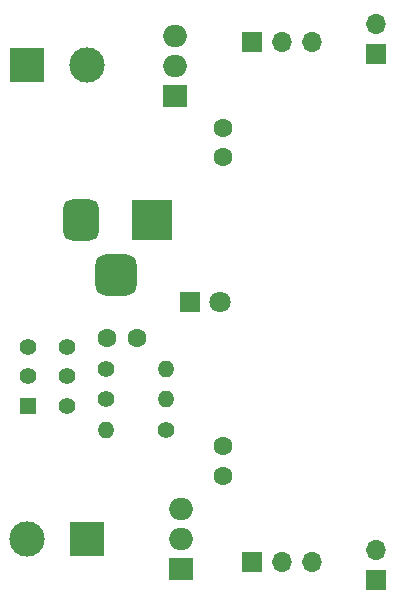
<source format=gbr>
%TF.GenerationSoftware,KiCad,Pcbnew,7.0.7*%
%TF.CreationDate,2023-12-09T08:29:27-03:00*%
%TF.ProjectId,bread_board_power_supply,62726561-645f-4626-9f61-72645f706f77,A*%
%TF.SameCoordinates,Original*%
%TF.FileFunction,Soldermask,Top*%
%TF.FilePolarity,Negative*%
%FSLAX46Y46*%
G04 Gerber Fmt 4.6, Leading zero omitted, Abs format (unit mm)*
G04 Created by KiCad (PCBNEW 7.0.7) date 2023-12-09 08:29:27*
%MOMM*%
%LPD*%
G01*
G04 APERTURE LIST*
G04 Aperture macros list*
%AMRoundRect*
0 Rectangle with rounded corners*
0 $1 Rounding radius*
0 $2 $3 $4 $5 $6 $7 $8 $9 X,Y pos of 4 corners*
0 Add a 4 corners polygon primitive as box body*
4,1,4,$2,$3,$4,$5,$6,$7,$8,$9,$2,$3,0*
0 Add four circle primitives for the rounded corners*
1,1,$1+$1,$2,$3*
1,1,$1+$1,$4,$5*
1,1,$1+$1,$6,$7*
1,1,$1+$1,$8,$9*
0 Add four rect primitives between the rounded corners*
20,1,$1+$1,$2,$3,$4,$5,0*
20,1,$1+$1,$4,$5,$6,$7,0*
20,1,$1+$1,$6,$7,$8,$9,0*
20,1,$1+$1,$8,$9,$2,$3,0*%
G04 Aperture macros list end*
%ADD10R,3.000000X3.000000*%
%ADD11C,3.000000*%
%ADD12C,1.600000*%
%ADD13R,1.700000X1.700000*%
%ADD14O,1.700000X1.700000*%
%ADD15R,1.800000X1.800000*%
%ADD16C,1.800000*%
%ADD17C,1.400000*%
%ADD18O,1.400000X1.400000*%
%ADD19R,1.400000X1.400000*%
%ADD20R,3.500000X3.500000*%
%ADD21RoundRect,0.750000X-0.750000X-1.000000X0.750000X-1.000000X0.750000X1.000000X-0.750000X1.000000X0*%
%ADD22RoundRect,0.875000X-0.875000X-0.875000X0.875000X-0.875000X0.875000X0.875000X-0.875000X0.875000X0*%
%ADD23R,2.000000X1.905000*%
%ADD24O,2.000000X1.905000*%
G04 APERTURE END LIST*
D10*
%TO.C,J7*%
X134536100Y-116601600D03*
D11*
X129456100Y-116601600D03*
%TD*%
D12*
%TO.C,C3*%
X146050000Y-111232000D03*
X146050000Y-108732000D03*
%TD*%
D13*
%TO.C,J6*%
X148460000Y-118500000D03*
D14*
X151000000Y-118500000D03*
X153540000Y-118500000D03*
%TD*%
D15*
%TO.C,D1*%
X143225000Y-96500000D03*
D16*
X145765000Y-96500000D03*
%TD*%
D17*
%TO.C,R2*%
X141224000Y-107315000D03*
D18*
X136144000Y-107315000D03*
%TD*%
D10*
%TO.C,J4*%
X129463900Y-76398400D03*
D11*
X134543900Y-76398400D03*
%TD*%
D13*
%TO.C,J3*%
X148460000Y-74500000D03*
D14*
X151000000Y-74500000D03*
X153540000Y-74500000D03*
%TD*%
D19*
%TO.C,SW1*%
X129540000Y-105277500D03*
D17*
X129540000Y-102777500D03*
X129540000Y-100277500D03*
X132840000Y-105277500D03*
X132840000Y-102777500D03*
X132840000Y-100277500D03*
%TD*%
D20*
%TO.C,J1*%
X140000000Y-89542500D03*
D21*
X134000000Y-89542500D03*
D22*
X137000000Y-94242500D03*
%TD*%
D13*
%TO.C,J2*%
X159000000Y-75540000D03*
D14*
X159000000Y-73000000D03*
%TD*%
D12*
%TO.C,C2*%
X146050000Y-81750000D03*
X146050000Y-84250000D03*
%TD*%
D23*
%TO.C,U1*%
X141945000Y-79080000D03*
D24*
X141945000Y-76540000D03*
X141945000Y-74000000D03*
%TD*%
D12*
%TO.C,C1*%
X136244000Y-99568000D03*
X138744000Y-99568000D03*
%TD*%
D17*
%TO.C,R1*%
X136144000Y-102150333D03*
D18*
X141224000Y-102150333D03*
%TD*%
D17*
%TO.C,R3*%
X136144000Y-104732666D03*
D18*
X141224000Y-104732666D03*
%TD*%
D13*
%TO.C,J5*%
X159000000Y-120000000D03*
D14*
X159000000Y-117460000D03*
%TD*%
D23*
%TO.C,U2*%
X142500000Y-119080000D03*
D24*
X142500000Y-116540000D03*
X142500000Y-114000000D03*
%TD*%
M02*

</source>
